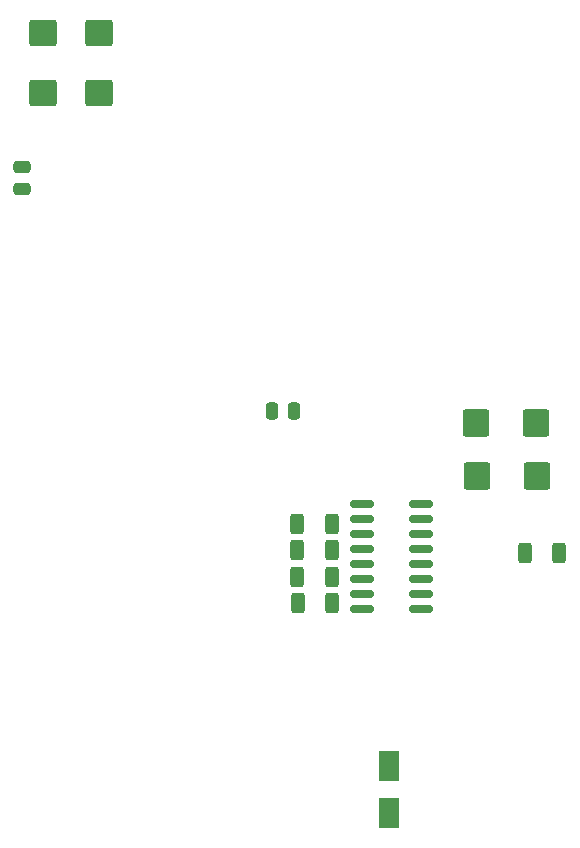
<source format=gbr>
%TF.GenerationSoftware,KiCad,Pcbnew,(6.0.0)*%
%TF.CreationDate,2022-01-15T22:09:40-05:00*%
%TF.ProjectId,Impedance_Analyzer_V2,496d7065-6461-46e6-9365-5f416e616c79,rev?*%
%TF.SameCoordinates,Original*%
%TF.FileFunction,Paste,Bot*%
%TF.FilePolarity,Positive*%
%FSLAX46Y46*%
G04 Gerber Fmt 4.6, Leading zero omitted, Abs format (unit mm)*
G04 Created by KiCad (PCBNEW (6.0.0)) date 2022-01-15 22:09:40*
%MOMM*%
%LPD*%
G01*
G04 APERTURE LIST*
G04 Aperture macros list*
%AMRoundRect*
0 Rectangle with rounded corners*
0 $1 Rounding radius*
0 $2 $3 $4 $5 $6 $7 $8 $9 X,Y pos of 4 corners*
0 Add a 4 corners polygon primitive as box body*
4,1,4,$2,$3,$4,$5,$6,$7,$8,$9,$2,$3,0*
0 Add four circle primitives for the rounded corners*
1,1,$1+$1,$2,$3*
1,1,$1+$1,$4,$5*
1,1,$1+$1,$6,$7*
1,1,$1+$1,$8,$9*
0 Add four rect primitives between the rounded corners*
20,1,$1+$1,$2,$3,$4,$5,0*
20,1,$1+$1,$4,$5,$6,$7,0*
20,1,$1+$1,$6,$7,$8,$9,0*
20,1,$1+$1,$8,$9,$2,$3,0*%
G04 Aperture macros list end*
%ADD10RoundRect,0.150000X-0.825000X-0.150000X0.825000X-0.150000X0.825000X0.150000X-0.825000X0.150000X0*%
%ADD11RoundRect,0.250000X0.312500X0.625000X-0.312500X0.625000X-0.312500X-0.625000X0.312500X-0.625000X0*%
%ADD12RoundRect,0.250000X-0.475000X0.250000X-0.475000X-0.250000X0.475000X-0.250000X0.475000X0.250000X0*%
%ADD13RoundRect,0.250000X0.250000X0.475000X-0.250000X0.475000X-0.250000X-0.475000X0.250000X-0.475000X0*%
%ADD14RoundRect,0.250000X-0.925000X0.875000X-0.925000X-0.875000X0.925000X-0.875000X0.925000X0.875000X0*%
%ADD15RoundRect,0.250000X-0.875000X-0.925000X0.875000X-0.925000X0.875000X0.925000X-0.875000X0.925000X0*%
%ADD16R,1.800000X2.500000*%
G04 APERTURE END LIST*
D10*
%TO.C,U6*%
X130775000Y-117695000D03*
X130775000Y-116425000D03*
X130775000Y-115155000D03*
X130775000Y-113885000D03*
X130775000Y-112615000D03*
X130775000Y-111345000D03*
X130775000Y-110075000D03*
X130775000Y-108805000D03*
X135725000Y-108805000D03*
X135725000Y-110075000D03*
X135725000Y-111345000D03*
X135725000Y-112615000D03*
X135725000Y-113885000D03*
X135725000Y-115155000D03*
X135725000Y-116425000D03*
X135725000Y-117695000D03*
%TD*%
D11*
%TO.C,R26*%
X128212500Y-110500000D03*
X125287500Y-110500000D03*
%TD*%
%TO.C,R25*%
X128175000Y-112750000D03*
X125250000Y-112750000D03*
%TD*%
%TO.C,R24*%
X128212500Y-115000000D03*
X125287500Y-115000000D03*
%TD*%
%TO.C,R23*%
X128250000Y-117250000D03*
X125325000Y-117250000D03*
%TD*%
D12*
%TO.C,C20*%
X102000000Y-80300000D03*
X102000000Y-82200000D03*
%TD*%
D13*
%TO.C,C21*%
X125000000Y-101000000D03*
X123100000Y-101000000D03*
%TD*%
D11*
%TO.C,R16*%
X147462500Y-113000000D03*
X144537500Y-113000000D03*
%TD*%
D14*
%TO.C,C12*%
X108500000Y-68950000D03*
X108500000Y-74050000D03*
%TD*%
%TO.C,C11*%
X103750000Y-68950000D03*
X103750000Y-74050000D03*
%TD*%
D15*
%TO.C,C13*%
X140400000Y-102000000D03*
X145500000Y-102000000D03*
%TD*%
%TO.C,C2*%
X140500000Y-106500000D03*
X145600000Y-106500000D03*
%TD*%
D16*
%TO.C,D6*%
X133000000Y-135000000D03*
X133000000Y-131000000D03*
%TD*%
M02*

</source>
